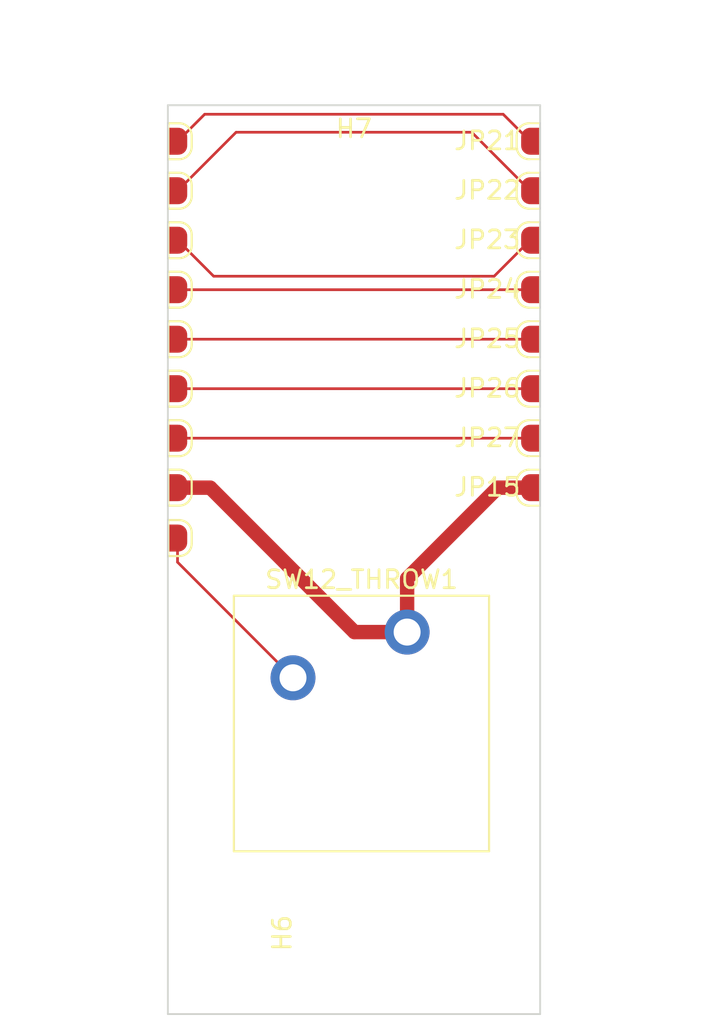
<source format=kicad_pcb>
(kicad_pcb (version 20240108) (generator "pcbnew") (generator_version "8.0")
  (layers (0 "F.Cu" signal) (31 "B.Cu" signal) (34 "B.Paste" user) (35 "F.Paste" user) (36 "B.SilkS" user "B.Silkscreen") (37 "F.SilkS" user "F.Silkscreen") (38 "B.Mask" user) (39 "F.Mask" user) (44 "Edge.Cuts" user))
  (net 0 "")
  (net 1 "GND")
  (net 2 "/Buttons/L3")
  (net 3 "Net-(JP2-B)")
  (net 4 "Net-(JP22-A)")
  (net 5 "Net-(JP23-A)")
  (net 6 "Net-(JP24-A)")
  (net 7 "Net-(JP25-A)")
  (net 8 "Net-(JP26-A)")
  (net 9 "Net-(JP27-A)")
  (footprint "Fightstick_Library:EdgeSolderJumper-2_Right_Half" (layer "F.Cu") (at 138.07 27.5)
    (property "Reference" "JP4" (hide yes))
    (property "Value" "SolderJumper_2_Bridged")
    (fp_line (start 0.1 -1) (end 0.7 -1) (stroke (width 0.12)) (layer "F.SilkS"))
    (fp_line (start 0.1 1) (end 0.1 -1) (stroke (width 0.12)) (layer "F.SilkS"))
    (fp_line (start 0.7 1) (end 0.1 1) (stroke (width 0.12)) (layer "F.SilkS"))
    (fp_line (start 1.4 -0.3) (end 1.4 0.3) (stroke (width 0.12)) (layer "F.SilkS"))
    (fp_arc (start 0.7 -1) (mid 1.194975 -0.794975) (end 1.4 -0.3) (stroke (width 0.12)) (layer "F.SilkS"))
    (fp_arc (start 1.4 0.3) (mid 1.194975 0.794975) (end 0.7 1) (stroke (width 0.12)) (layer "F.SilkS"))
    (pad "2" smd custom (at 0.65 0) (size 1 0.5) (layers "F.Cu" "F.Mask") (net 5 "Net-(JP23-A)") (options (clearance outline) (anchor rect)) (primitives (gr_circle (center 0 0.25) (end 0.5 0.25) (width 0) (fill yes)) (gr_circle (center 0 -0.25) (end 0.5 -0.25) (width 0) (fill yes)) (gr_poly (pts (xy 0 0.75) (xy -0.5 0.75) (xy -0.5 -0.75) (xy 0 -0.75)) (width 0) (fill yes))))
  )
  (footprint "Fightstick_Library:EdgeSolderJumper-2_Right_Half" (layer "F.Cu") (at 138.07 22)
    (property "Reference" "JP2" (hide yes))
    (property "Value" "SolderJumper_2_Bridged")
    (fp_line (start 0.1 -1) (end 0.7 -1) (stroke (width 0.12)) (layer "F.SilkS"))
    (fp_line (start 0.1 1) (end 0.1 -1) (stroke (width 0.12)) (layer "F.SilkS"))
    (fp_line (start 0.7 1) (end 0.1 1) (stroke (width 0.12)) (layer "F.SilkS"))
    (fp_line (start 1.4 -0.3) (end 1.4 0.3) (stroke (width 0.12)) (layer "F.SilkS"))
    (fp_arc (start 0.7 -1) (mid 1.194975 -0.794975) (end 1.4 -0.3) (stroke (width 0.12)) (layer "F.SilkS"))
    (fp_arc (start 1.4 0.3) (mid 1.194975 0.794975) (end 0.7 1) (stroke (width 0.12)) (layer "F.SilkS"))
    (pad "2" smd custom (at 0.65 0) (size 1 0.5) (layers "F.Cu" "F.Mask") (net 3 "Net-(JP2-B)") (options (clearance outline) (anchor rect)) (primitives (gr_circle (center 0 0.25) (end 0.5 0.25) (width 0) (fill yes)) (gr_circle (center 0 -0.25) (end 0.5 -0.25) (width 0) (fill yes)) (gr_poly (pts (xy 0 0.75) (xy -0.5 0.75) (xy -0.5 -0.75) (xy 0 -0.75)) (width 0) (fill yes))))
  )
  (footprint "Fightstick_Library:EdgeSolderJumper-2_Left_Half" (layer "F.Cu") (at 158.95 38.5)
    (property "Reference" "JP27" (at -3.03 -0.03 0) (layer "F.SilkS"))
    (property "Value" "SolderJumper_2_Bridged")
    (fp_line (start -1.4 0.3) (end -1.4 -0.3) (stroke (width 0.12)) (layer "F.SilkS"))
    (fp_line (start -0.7 1) (end -0.1 1) (stroke (width 0.1)) (layer "F.SilkS"))
    (fp_line (start -0.1 -1) (end -0.7 -1) (stroke (width 0.1)) (layer "F.SilkS"))
    (fp_line (start -0.1 1) (end -0.1 -1) (stroke (width 0.1)) (layer "F.SilkS"))
    (fp_arc (start -1.4 -0.3) (mid -1.194975 -0.794975) (end -0.7 -1) (stroke (width 0.12)) (layer "F.SilkS"))
    (fp_arc (start -0.7 1) (mid -1.194975 0.794975) (end -1.4 0.3) (stroke (width 0.12)) (layer "F.SilkS"))
    (pad "1" smd custom (at -0.65 0) (size 1 0.5) (layers "F.Cu" "F.Mask") (net 9 "Net-(JP27-A)") (options (clearance outline) (anchor rect)) (primitives (gr_circle (center 0 0.25) (end 0.5 0.25) (width 0) (fill yes)) (gr_circle (center 0 -0.25) (end 0.5 -0.25) (width 0) (fill yes)) (gr_poly (pts (xy 0.5 0.75) (xy 0 0.75) (xy 0 -0.75) (xy 0.5 -0.75)) (width 0) (fill yes))))
  )
  (footprint "Fightstick_Library:EdgeSolderJumper-2_Left_Half" (layer "F.Cu") (at 158.95 22)
    (property "Reference" "JP21" (at -3.03 -0.03 0) (layer "F.SilkS"))
    (property "Value" "SolderJumper_2_Bridged")
    (fp_line (start -1.4 0.3) (end -1.4 -0.3) (stroke (width 0.12)) (layer "F.SilkS"))
    (fp_line (start -0.7 1) (end -0.1 1) (stroke (width 0.1)) (layer "F.SilkS"))
    (fp_line (start -0.1 -1) (end -0.7 -1) (stroke (width 0.1)) (layer "F.SilkS"))
    (fp_line (start -0.1 1) (end -0.1 -1) (stroke (width 0.1)) (layer "F.SilkS"))
    (fp_arc (start -1.4 -0.3) (mid -1.194975 -0.794975) (end -0.7 -1) (stroke (width 0.12)) (layer "F.SilkS"))
    (fp_arc (start -0.7 1) (mid -1.194975 0.794975) (end -1.4 0.3) (stroke (width 0.12)) (layer "F.SilkS"))
    (pad "1" smd custom (at -0.65 0) (size 1 0.5) (layers "F.Cu" "F.Mask") (net 3 "Net-(JP2-B)") (options (clearance outline) (anchor rect)) (primitives (gr_circle (center 0 0.25) (end 0.5 0.25) (width 0) (fill yes)) (gr_circle (center 0 -0.25) (end 0.5 -0.25) (width 0) (fill yes)) (gr_poly (pts (xy 0.5 0.75) (xy 0 0.75) (xy 0 -0.75) (xy 0.5 -0.75)) (width 0) (fill yes))))
  )
  (footprint "PCM_Switch_Keyboard_Cherry_MX:SW_Cherry_MX_PCB" (layer "F.Cu") (at 148.915906 54.354124)
    (property "Reference" "SW12_THROW1" (at 0 -8 0) (layer "F.SilkS"))
    (property "Value" "SW_Push")
    (fp_line (start -7.1 -7.1) (end -7.1 7.1) (stroke (width 0.12)) (layer "F.SilkS"))
    (fp_line (start -7.1 7.1) (end 7.1 7.1) (stroke (width 0.12)) (layer "F.SilkS"))
    (fp_line (start 7.1 -7.1) (end -7.1 -7.1) (stroke (width 0.12)) (layer "F.SilkS"))
    (fp_line (start 7.1 7.1) (end 7.1 -7.1) (stroke (width 0.12)) (layer "F.SilkS"))
    (pad "" np_thru_hole circle (at -5.08 0) (size 1.75 1.75) (drill 1.75) (layers "*.Cu" "*.Mask"))
    (pad "" np_thru_hole circle (at 0 0) (size 4 4) (drill 4) (layers "*.Cu" "*.Mask"))
    (pad "" np_thru_hole circle (at 5.08 0) (size 1.75 1.75) (drill 1.75) (layers "*.Cu" "*.Mask"))
    (pad "1" thru_hole circle (at -3.81 -2.54) (size 2.5 2.5) (drill 1.5) (layers "*.Cu" "*.Mask") (net 2 "/Buttons/L3"))
    (pad "2" thru_hole circle (at 2.54 -5.08) (size 2.5 2.5) (drill 1.5) (layers "*.Cu" "*.Mask") (net 1 "GND"))
  )
  (footprint "Fightstick_Library:EdgeSolderJumper-2_Left_Half" (layer "F.Cu") (at 158.95 24.75)
    (property "Reference" "JP22" (at -3.03 -0.03 0) (layer "F.SilkS"))
    (property "Value" "SolderJumper_2_Bridged")
    (fp_line (start -1.4 0.3) (end -1.4 -0.3) (stroke (width 0.12)) (layer "F.SilkS"))
    (fp_line (start -0.7 1) (end -0.1 1) (stroke (width 0.1)) (layer "F.SilkS"))
    (fp_line (start -0.1 -1) (end -0.7 -1) (stroke (width 0.1)) (layer "F.SilkS"))
    (fp_line (start -0.1 1) (end -0.1 -1) (stroke (width 0.1)) (layer "F.SilkS"))
    (fp_arc (start -1.4 -0.3) (mid -1.194975 -0.794975) (end -0.7 -1) (stroke (width 0.12)) (layer "F.SilkS"))
    (fp_arc (start -0.7 1) (mid -1.194975 0.794975) (end -1.4 0.3) (stroke (width 0.12)) (layer "F.SilkS"))
    (pad "1" smd custom (at -0.65 0) (size 1 0.5) (layers "F.Cu" "F.Mask") (net 4 "Net-(JP22-A)") (options (clearance outline) (anchor rect)) (primitives (gr_circle (center 0 0.25) (end 0.5 0.25) (width 0) (fill yes)) (gr_circle (center 0 -0.25) (end 0.5 -0.25) (width 0) (fill yes)) (gr_poly (pts (xy 0.5 0.75) (xy 0 0.75) (xy 0 -0.75) (xy 0.5 -0.75)) (width 0) (fill yes))))
  )
  (footprint "PCM_kikit:Board" (layer "F.Cu") (at 150.375 20)
    (property "Reference" "B3")
    (property "Value" "Board")
  )
  (footprint "Fightstick_Library:EdgeSolderJumper-2_Right_Half" (layer "F.Cu") (at 138.07 24.75)
    (property "Reference" "JP3" (hide yes))
    (property "Value" "SolderJumper_2_Bridged")
    (fp_line (start 0.1 -1) (end 0.7 -1) (stroke (width 0.12)) (layer "F.SilkS"))
    (fp_line (start 0.1 1) (end 0.1 -1) (stroke (width 0.12)) (layer "F.SilkS"))
    (fp_line (start 0.7 1) (end 0.1 1) (stroke (width 0.12)) (layer "F.SilkS"))
    (fp_line (start 1.4 -0.3) (end 1.4 0.3) (stroke (width 0.12)) (layer "F.SilkS"))
    (fp_arc (start 0.7 -1) (mid 1.194975 -0.794975) (end 1.4 -0.3) (stroke (width 0.12)) (layer "F.SilkS"))
    (fp_arc (start 1.4 0.3) (mid 1.194975 0.794975) (end 0.7 1) (stroke (width 0.12)) (layer "F.SilkS"))
    (pad "2" smd custom (at 0.65 0) (size 1 0.5) (layers "F.Cu" "F.Mask") (net 4 "Net-(JP22-A)") (options (clearance outline) (anchor rect)) (primitives (gr_circle (center 0 0.25) (end 0.5 0.25) (width 0) (fill yes)) (gr_circle (center 0 -0.25) (end 0.5 -0.25) (width 0) (fill yes)) (gr_poly (pts (xy 0 0.75) (xy -0.5 0.75) (xy -0.5 -0.75) (xy 0 -0.75)) (width 0) (fill yes))))
  )
  (footprint "Fightstick_Library:EdgeSolderJumper-2_Left_Half" (layer "F.Cu") (at 158.95 35.75)
    (property "Reference" "JP26" (at -3.03 -0.03 0) (layer "F.SilkS"))
    (property "Value" "SolderJumper_2_Bridged")
    (fp_line (start -1.4 0.3) (end -1.4 -0.3) (stroke (width 0.12)) (layer "F.SilkS"))
    (fp_line (start -0.7 1) (end -0.1 1) (stroke (width 0.1)) (layer "F.SilkS"))
    (fp_line (start -0.1 -1) (end -0.7 -1) (stroke (width 0.1)) (layer "F.SilkS"))
    (fp_line (start -0.1 1) (end -0.1 -1) (stroke (width 0.1)) (layer "F.SilkS"))
    (fp_arc (start -1.4 -0.3) (mid -1.194975 -0.794975) (end -0.7 -1) (stroke (width 0.12)) (layer "F.SilkS"))
    (fp_arc (start -0.7 1) (mid -1.194975 0.794975) (end -1.4 0.3) (stroke (width 0.12)) (layer "F.SilkS"))
    (pad "1" smd custom (at -0.65 0) (size 1 0.5) (layers "F.Cu" "F.Mask") (net 8 "Net-(JP26-A)") (options (clearance outline) (anchor rect)) (primitives (gr_circle (center 0 0.25) (end 0.5 0.25) (width 0) (fill yes)) (gr_circle (center 0 -0.25) (end 0.5 -0.25) (width 0) (fill yes)) (gr_poly (pts (xy 0.5 0.75) (xy 0 0.75) (xy 0 -0.75) (xy 0.5 -0.75)) (width 0) (fill yes))))
  )
  (footprint "Fightstick_Library:EdgeSolderJumper-2_Left_Half" (layer "F.Cu") (at 158.95 41.25)
    (property "Reference" "JP15" (at -3.03 -0.03 0) (layer "F.SilkS"))
    (property "Value" "SolderJumper_2_Bridged")
    (fp_line (start -1.4 0.3) (end -1.4 -0.3) (stroke (width 0.12)) (layer "F.SilkS"))
    (fp_line (start -0.7 1) (end -0.1 1) (stroke (width 0.1)) (layer "F.SilkS"))
    (fp_line (start -0.1 -1) (end -0.7 -1) (stroke (width 0.1)) (layer "F.SilkS"))
    (fp_line (start -0.1 1) (end -0.1 -1) (stroke (width 0.1)) (layer "F.SilkS"))
    (fp_arc (start -1.4 -0.3) (mid -1.194975 -0.794975) (end -0.7 -1) (stroke (width 0.12)) (layer "F.SilkS"))
    (fp_arc (start -0.7 1) (mid -1.194975 0.794975) (end -1.4 0.3) (stroke (width 0.12)) (layer "F.SilkS"))
    (pad "1" smd custom (at -0.65 0) (size 1 0.5) (layers "F.Cu" "F.Mask") (net 1 "GND") (options (clearance outline) (anchor rect)) (primitives (gr_circle (center 0 0.25) (end 0.5 0.25) (width 0) (fill yes)) (gr_circle (center 0 -0.25) (end 0.5 -0.25) (width 0) (fill yes)) (gr_poly (pts (xy 0.5 0.75) (xy 0 0.75) (xy 0 -0.75) (xy 0.5 -0.75)) (width 0) (fill yes))))
  )
  (footprint "Fightstick_Library:EdgeSolderJumper-2_Right_Half" (layer "F.Cu") (at 138.07 30.25)
    (property "Reference" "JP5" (hide yes))
    (property "Value" "SolderJumper_2_Bridged")
    (fp_line (start 0.1 -1) (end 0.7 -1) (stroke (width 0.12)) (layer "F.SilkS"))
    (fp_line (start 0.1 1) (end 0.1 -1) (stroke (width 0.12)) (layer "F.SilkS"))
    (fp_line (start 0.7 1) (end 0.1 1) (stroke (width 0.12)) (layer "F.SilkS"))
    (fp_line (start 1.4 -0.3) (end 1.4 0.3) (stroke (width 0.12)) (layer "F.SilkS"))
    (fp_arc (start 0.7 -1) (mid 1.194975 -0.794975) (end 1.4 -0.3) (stroke (width 0.12)) (layer "F.SilkS"))
    (fp_arc (start 1.4 0.3) (mid 1.194975 0.794975) (end 0.7 1) (stroke (width 0.12)) (layer "F.SilkS"))
    (pad "2" smd custom (at 0.65 0) (size 1 0.5) (layers "F.Cu" "F.Mask") (net 6 "Net-(JP24-A)") (options (clearance outline) (anchor rect)) (primitives (gr_circle (center 0 0.25) (end 0.5 0.25) (width 0) (fill yes)) (gr_circle (center 0 -0.25) (end 0.5 -0.25) (width 0) (fill yes)) (gr_poly (pts (xy 0 0.75) (xy -0.5 0.75) (xy -0.5 -0.75) (xy 0 -0.75)) (width 0) (fill yes))))
  )
  (footprint "MountingHole:MountingHole_3.2mm_M3" (layer "F.Cu") (at 149 66)
    (property "Reference" "H6" (at -4.5 0 90) (layer "F.SilkS"))
    (property "Value" "MountingHole")
    (pad "" np_thru_hole circle (at 0 0) (size 3.2 3.2) (drill 3.2) (layers "*.Cu" "*.Mask"))
  )
  (footprint "Fightstick_Library:EdgeSolderJumper-2_Right_Half" (layer "F.Cu") (at 138.07 33)
    (property "Reference" "JP6" (hide yes))
    (property "Value" "SolderJumper_2_Bridged")
    (fp_line (start 0.1 -1) (end 0.7 -1) (stroke (width 0.12)) (layer "F.SilkS"))
    (fp_line (start 0.1 1) (end 0.1 -1) (stroke (width 0.12)) (layer "F.SilkS"))
    (fp_line (start 0.7 1) (end 0.1 1) (stroke (width 0.12)) (layer "F.SilkS"))
    (fp_line (start 1.4 -0.3) (end 1.4 0.3) (stroke (width 0.12)) (layer "F.SilkS"))
    (fp_arc (start 0.7 -1) (mid 1.194975 -0.794975) (end 1.4 -0.3) (stroke (width 0.12)) (layer "F.SilkS"))
    (fp_arc (start 1.4 0.3) (mid 1.194975 0.794975) (end 0.7 1) (stroke (width 0.12)) (layer "F.SilkS"))
    (pad "2" smd custom (at 0.65 0) (size 1 0.5) (layers "F.Cu" "F.Mask") (net 7 "Net-(JP25-A)") (options (clearance outline) (anchor rect)) (primitives (gr_circle (center 0 0.25) (end 0.5 0.25) (width 0) (fill yes)) (gr_circle (center 0 -0.25) (end 0.5 -0.25) (width 0) (fill yes)) (gr_poly (pts (xy 0 0.75) (xy -0.5 0.75) (xy -0.5 -0.75) (xy 0 -0.75)) (width 0) (fill yes))))
  )
  (footprint "Fightstick_Library:EdgeSolderJumper-2_Right_Half" (layer "F.Cu") (at 138.07 41.25)
    (property "Reference" "JP1" (hide yes))
    (property "Value" "SolderJumper_2_Bridged")
    (fp_line (start 0.1 -1) (end 0.7 -1) (stroke (width 0.12)) (layer "F.SilkS"))
    (fp_line (start 0.1 1) (end 0.1 -1) (stroke (width 0.12)) (layer "F.SilkS"))
    (fp_line (start 0.7 1) (end 0.1 1) (stroke (width 0.12)) (layer "F.SilkS"))
    (fp_line (start 1.4 -0.3) (end 1.4 0.3) (stroke (width 0.12)) (layer "F.SilkS"))
    (fp_arc (start 0.7 -1) (mid 1.194975 -0.794975) (end 1.4 -0.3) (stroke (width 0.12)) (layer "F.SilkS"))
    (fp_arc (start 1.4 0.3) (mid 1.194975 0.794975) (end 0.7 1) (stroke (width 0.12)) (layer "F.SilkS"))
    (pad "2" smd custom (at 0.65 0) (size 1 0.5) (layers "F.Cu" "F.Mask") (net 1 "GND") (options (clearance outline) (anchor rect)) (primitives (gr_circle (center 0 0.25) (end 0.5 0.25) (width 0) (fill yes)) (gr_circle (center 0 -0.25) (end 0.5 -0.25) (width 0) (fill yes)) (gr_poly (pts (xy 0 0.75) (xy -0.5 0.75) (xy -0.5 -0.75) (xy 0 -0.75)) (width 0) (fill yes))))
  )
  (footprint "Fightstick_Library:EdgeSolderJumper-2_Right_Half" (layer "F.Cu") (at 138.07 44.05)
    (property "Reference" "JP9" (hide yes))
    (property "Value" "SolderJumper_2_Bridged")
    (fp_line (start 0.1 -1) (end 0.7 -1) (stroke (width 0.12)) (layer "F.SilkS"))
    (fp_line (start 0.1 1) (end 0.1 -1) (stroke (width 0.12)) (layer "F.SilkS"))
    (fp_line (start 0.7 1) (end 0.1 1) (stroke (width 0.12)) (layer "F.SilkS"))
    (fp_line (start 1.4 -0.3) (end 1.4 0.3) (stroke (width 0.12)) (layer "F.SilkS"))
    (fp_arc (start 0.7 -1) (mid 1.194975 -0.794975) (end 1.4 -0.3) (stroke (width 0.12)) (layer "F.SilkS"))
    (fp_arc (start 1.4 0.3) (mid 1.194975 0.794975) (end 0.7 1) (stroke (width 0.12)) (layer "F.SilkS"))
    (pad "2" smd custom (at 0.65 0) (size 1 0.5) (layers "F.Cu" "F.Mask") (net 2 "/Buttons/L3") (options (clearance outline) (anchor rect)) (primitives (gr_circle (center 0 0.25) (end 0.5 0.25) (width 0) (fill yes)) (gr_circle (center 0 -0.25) (end 0.5 -0.25) (width 0) (fill yes)) (gr_poly (pts (xy 0 0.75) (xy -0.5 0.75) (xy -0.5 -0.75) (xy 0 -0.75)) (width 0) (fill yes))))
  )
  (footprint "Fightstick_Library:EdgeSolderJumper-2_Left_Half" (layer "F.Cu") (at 158.95 33)
    (property "Reference" "JP25" (at -3.03 -0.03 0) (layer "F.SilkS"))
    (property "Value" "SolderJumper_2_Bridged")
    (fp_line (start -1.4 0.3) (end -1.4 -0.3) (stroke (width 0.12)) (layer "F.SilkS"))
    (fp_line (start -0.7 1) (end -0.1 1) (stroke (width 0.1)) (layer "F.SilkS"))
    (fp_line (start -0.1 -1) (end -0.7 -1) (stroke (width 0.1)) (layer "F.SilkS"))
    (fp_line (start -0.1 1) (end -0.1 -1) (stroke (width 0.1)) (layer "F.SilkS"))
    (fp_arc (start -1.4 -0.3) (mid -1.194975 -0.794975) (end -0.7 -1) (stroke (width 0.12)) (layer "F.SilkS"))
    (fp_arc (start -0.7 1) (mid -1.194975 0.794975) (end -1.4 0.3) (stroke (width 0.12)) (layer "F.SilkS"))
    (pad "1" smd custom (at -0.65 0) (size 1 0.5) (layers "F.Cu" "F.Mask") (net 7 "Net-(JP25-A)") (options (clearance outline) (anchor rect)) (primitives (gr_circle (center 0 0.25) (end 0.5 0.25) (width 0) (fill yes)) (gr_circle (center 0 -0.25) (end 0.5 -0.25) (width 0) (fill yes)) (gr_poly (pts (xy 0.5 0.75) (xy 0 0.75) (xy 0 -0.75) (xy 0.5 -0.75)) (width 0) (fill yes))))
  )
  (footprint "MountingHole:MountingHole_3.2mm_M3" (layer "F.Cu") (at 148.5 25.5)
    (property "Reference" "H7" (at 0 -4.2 0) (layer "F.SilkS"))
    (property "Value" "MountingHole")
    (pad "" np_thru_hole circle (at 0 0) (size 3.2 3.2) (drill 3.2) (layers "*.Cu" "*.Mask"))
  )
  (footprint "Fightstick_Library:EdgeSolderJumper-2_Right_Half" (layer "F.Cu") (at 138.07 38.5)
    (property "Reference" "JP8" (hide yes))
    (property "Value" "SolderJumper_2_Bridged")
    (fp_line (start 0.1 -1) (end 0.7 -1) (stroke (width 0.12)) (layer "F.SilkS"))
    (fp_line (start 0.1 1) (end 0.1 -1) (stroke (width 0.12)) (layer "F.SilkS"))
    (fp_line (start 0.7 1) (end 0.1 1) (stroke (width 0.12)) (layer "F.SilkS"))
    (fp_line (start 1.4 -0.3) (end 1.4 0.3) (stroke (width 0.12)) (layer "F.SilkS"))
    (fp_arc (start 0.7 -1) (mid 1.194975 -0.794975) (end 1.4 -0.3) (stroke (width 0.12)) (layer "F.SilkS"))
    (fp_arc (start 1.4 0.3) (mid 1.194975 0.794975) (end 0.7 1) (stroke (width 0.12)) (layer "F.SilkS"))
    (pad "2" smd custom (at 0.65 0) (size 1 0.5) (layers "F.Cu" "F.Mask") (net 9 "Net-(JP27-A)") (options (clearance outline) (anchor rect)) (primitives (gr_circle (center 0 0.25) (end 0.5 0.25) (width 0) (fill yes)) (gr_circle (center 0 -0.25) (end 0.5 -0.25) (width 0) (fill yes)) (gr_poly (pts (xy 0 0.75) (xy -0.5 0.75) (xy -0.5 -0.75) (xy 0 -0.75)) (width 0) (fill yes))))
  )
  (footprint "Fightstick_Library:EdgeSolderJumper-2_Left_Half" (layer "F.Cu") (at 158.95 30.25)
    (property "Reference" "JP24" (at -3.03 -0.03 0) (layer "F.SilkS"))
    (property "Value" "SolderJumper_2_Bridged")
    (fp_line (start -1.4 0.3) (end -1.4 -0.3) (stroke (width 0.12)) (layer "F.SilkS"))
    (fp_line (start -0.7 1) (end -0.1 1) (stroke (width 0.1)) (layer "F.SilkS"))
    (fp_line (start -0.1 -1) (end -0.7 -1) (stroke (width 0.1)) (layer "F.SilkS"))
    (fp_line (start -0.1 1) (end -0.1 -1) (stroke (width 0.1)) (layer "F.SilkS"))
    (fp_arc (start -1.4 -0.3) (mid -1.194975 -0.794975) (end -0.7 -1) (stroke (width 0.12)) (layer "F.SilkS"))
    (fp_arc (start -0.7 1) (mid -1.194975 0.794975) (end -1.4 0.3) (stroke (width 0.12)) (layer "F.SilkS"))
    (pad "1" smd custom (at -0.65 0) (size 1 0.5) (layers "F.Cu" "F.Mask") (net 6 "Net-(JP24-A)") (options (clearance outline) (anchor rect)) (primitives (gr_circle (center 0 0.25) (end 0.5 0.25) (width 0) (fill yes)) (gr_circle (center 0 -0.25) (end 0.5 -0.25) (width 0) (fill yes)) (gr_poly (pts (xy 0.5 0.75) (xy 0 0.75) (xy 0 -0.75) (xy 0.5 -0.75)) (width 0) (fill yes))))
  )
  (footprint "Fightstick_Library:EdgeSolderJumper-2_Left_Half" (layer "F.Cu") (at 158.95 27.5)
    (property "Reference" "JP23" (at -3.03 -0.03 0) (layer "F.SilkS"))
    (property "Value" "SolderJumper_2_Bridged")
    (fp_line (start -1.4 0.3) (end -1.4 -0.3) (stroke (width 0.12)) (layer "F.SilkS"))
    (fp_line (start -0.7 1) (end -0.1 1) (stroke (width 0.1)) (layer "F.SilkS"))
    (fp_line (start -0.1 -1) (end -0.7 -1) (stroke (width 0.1)) (layer "F.SilkS"))
    (fp_line (start -0.1 1) (end -0.1 -1) (stroke (width 0.1)) (layer "F.SilkS"))
    (fp_arc (start -1.4 -0.3) (mid -1.194975 -0.794975) (end -0.7 -1) (stroke (width 0.12)) (layer "F.SilkS"))
    (fp_arc (start -0.7 1) (mid -1.194975 0.794975) (end -1.4 0.3) (stroke (width 0.12)) (layer "F.SilkS"))
    (pad "1" smd custom (at -0.65 0) (size 1 0.5) (layers "F.Cu" "F.Mask") (net 5 "Net-(JP23-A)") (options (clearance outline) (anchor rect)) (primitives (gr_circle (center 0 0.25) (end 0.5 0.25) (width 0) (fill yes)) (gr_circle (center 0 -0.25) (end 0.5 -0.25) (width 0) (fill yes)) (gr_poly (pts (xy 0.5 0.75) (xy 0 0.75) (xy 0 -0.75) (xy 0.5 -0.75)) (width 0) (fill yes))))
  )
  (footprint "Fightstick_Library:EdgeSolderJumper-2_Right_Half" (layer "F.Cu") (at 138.07 35.75)
    (property "Reference" "JP7" (hide yes))
    (property "Value" "SolderJumper_2_Bridged")
    (fp_line (start 0.1 -1) (end 0.7 -1) (stroke (width 0.12)) (layer "F.SilkS"))
    (fp_line (start 0.1 1) (end 0.1 -1) (stroke (width 0.12)) (layer "F.SilkS"))
    (fp_line (start 0.7 1) (end 0.1 1) (stroke (width 0.12)) (layer "F.SilkS"))
    (fp_line (start 1.4 -0.3) (end 1.4 0.3) (stroke (width 0.12)) (layer "F.SilkS"))
    (fp_arc (start 0.7 -1) (mid 1.194975 -0.794975) (end 1.4 -0.3) (stroke (width 0.12)) (layer "F.SilkS"))
    (fp_arc (start 1.4 0.3) (mid 1.194975 0.794975) (end 0.7 1) (stroke (width 0.12)) (layer "F.SilkS"))
    (pad "2" smd custom (at 0.65 0) (size 1 0.5) (layers "F.Cu" "F.Mask") (net 8 "Net-(JP26-A)") (options (clearance outline) (anchor rect)) (primitives (gr_circle (center 0 0.25) (end 0.5 0.25) (width 0) (fill yes)) (gr_circle (center 0 -0.25) (end 0.5 -0.25) (width 0) (fill yes)) (gr_poly (pts (xy 0 0.75) (xy -0.5 0.75) (xy -0.5 -0.75) (xy 0 -0.75)) (width 0) (fill yes))))
  )
  (gr_line (start 158.86 20) (end 158.86 70.5) (stroke (width 0.1)) (layer "Edge.Cuts"))
  (gr_line (start 138.14 20) (end 158.86 20) (stroke (width 0.1)) (layer "Edge.Cuts"))
  (gr_line (start 158.86 70.5) (end 138.14 70.5) (stroke (width 0.1)) (layer "Edge.Cuts"))
  (gr_line (start 138.14 70.5) (end 138.14 20) (stroke (width 0.1)) (layer "Edge.Cuts"))
  (segment (start 156.5 41.25) (end 158.3 41.25) (width 0.8) (layer "F.Cu") (net 1))
  (segment (start 151.455906 49.274124) (end 151.455906 46.294094) (width 0.8) (layer "F.Cu") (net 1))
  (segment (start 151.455906 49.274124) (end 148.524124 49.274124) (width 0.8) (layer "F.Cu") (net 1))
  (segment (start 151.455906 46.294094) (end 156.5 41.25) (width 0.8) (layer "F.Cu") (net 1))
  (segment (start 148.524124 49.274124) (end 140.5 41.25) (width 0.8) (layer "F.Cu") (net 1))
  (segment (start 140.5 41.25) (end 138.72 41.25) (width 0.8) (layer "F.Cu") (net 1))
  (segment (start 138.68 44.05) (end 138.68 45.388218) (width 0.15) (layer "F.Cu") (net 2))
  (segment (start 138.68 45.388218) (end 145.105906 51.814124) (width 0.15) (layer "F.Cu") (net 2))
  (segment (start 156.8 20.5) (end 158.3 22) (width 0.15) (layer "F.Cu") (net 3))
  (segment (start 140.19 20.5) (end 156.8 20.5) (width 0.15) (layer "F.Cu") (net 3))
  (segment (start 138.69 22) (end 140.19 20.5) (width 0.15) (layer "F.Cu") (net 3))
  (segment (start 158.3 24.75) (end 155.05 21.5) (width 0.15) (layer "F.Cu") (net 4))
  (segment (start 155.05 21.5) (end 141.94 21.5) (width 0.15) (layer "F.Cu") (net 4))
  (segment (start 141.94 21.5) (end 138.69 24.75) (width 0.15) (layer "F.Cu") (net 4))
  (segment (start 158.3 27.5) (end 156.3 29.5) (width 0.15) (layer "F.Cu") (net 5))
  (segment (start 140.69 29.5) (end 138.69 27.5) (width 0.15) (layer "F.Cu") (net 5))
  (segment (start 156.3 29.5) (end 140.69 29.5) (width 0.15) (layer "F.Cu") (net 5))
  (segment (start 158.3 30.25) (end 138.69 30.25) (width 0.15) (layer "F.Cu") (net 6))
  (segment (start 158.3 33) (end 138.72 33) (width 0.15) (layer "F.Cu") (net 7))
  (segment (start 138.72 35.75) (end 158.3 35.75) (width 0.15) (layer "F.Cu") (net 8))
  (segment (start 158.3 38.5) (end 138.72 38.5) (width 0.15) (layer "F.Cu") (net 9))
)
</source>
